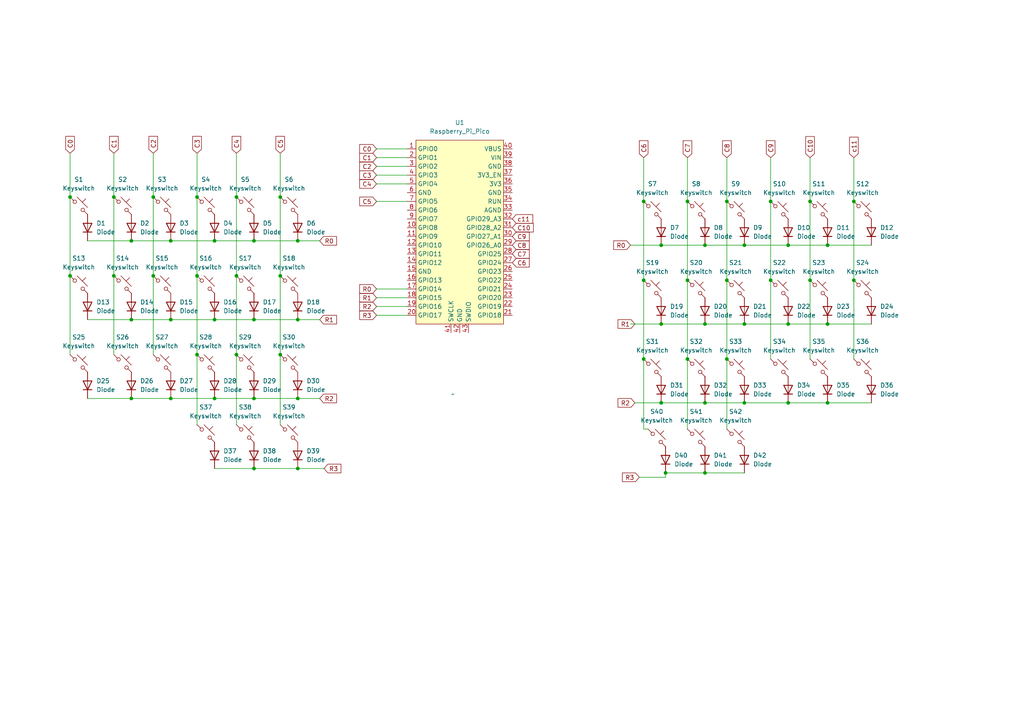
<source format=kicad_sch>
(kicad_sch (version 20231120) (generator "eeschema") (generator_version "8.0")
  (paper "A4")
  (lib_symbols
    (symbol "keebs:MCU_Raspberry_Pi_Pico"
      (property "Reference" "U1" (at 0 31.75 0))
      (property "Value" "Raspberry_Pi_Pico" (at 0 29.21 0))
      (symbol "MCU_Raspberry_Pi_Pico_0_1"
        (rectangle (start -12.7 26.67) (end 12.7 -26.67) (fill (type background)))
      )
      (symbol "MCU_Raspberry_Pi_Pico_1_1"
        (pin bidirectional line (at -15.24 24.13 0) (length 2.54) (name "GPIO0") (number "1"))
        (pin bidirectional line (at -15.24 1.27 0) (length 2.54) (name "GPIO8") (number "10"))
        (pin bidirectional line (at -15.24 -1.27 0) (length 2.54) (name "GPIO9") (number "11"))
        (pin bidirectional line (at -15.24 -3.81 0) (length 2.54) (name "GPIO10") (number "12"))
        (pin bidirectional line (at -15.24 -6.35 0) (length 2.54) (name "GPIO11") (number "13"))
        (pin bidirectional line (at -15.24 -8.89 0) (length 2.54) (name "GPIO12") (number "14"))
        (pin power_in line (at -15.24 -11.43 0) (length 2.54) (name "GND") (number "15"))
        (pin bidirectional line (at -15.24 -13.97 0) (length 2.54) (name "GPIO13") (number "16"))
        (pin bidirectional line (at -15.24 -16.51 0) (length 2.54) (name "GPIO14") (number "17"))
        (pin bidirectional line (at -15.24 -19.05 0) (length 2.54) (name "GPIO15") (number "18"))
        (pin bidirectional line (at -15.24 -21.59 0) (length 2.54) (name "GPIO16") (number "19"))
        (pin bidirectional line (at -15.24 21.59 0) (length 2.54) (name "GPIO1") (number "2"))
        (pin bidirectional line (at -15.24 -24.13 0) (length 2.54) (name "GPIO17") (number "20"))
        (pin bidirectional line (at 15.24 -24.13 180) (length 2.54) (name "GPIO18") (number "21"))
        (pin bidirectional line (at 15.24 -21.59 180) (length 2.54) (name "GPIO19") (number "22"))
        (pin bidirectional line (at 15.24 -19.05 180) (length 2.54) (name "GPIO20") (number "23"))
        (pin bidirectional line (at 15.24 -16.51 180) (length 2.54) (name "GPIO21") (number "24"))
        (pin bidirectional line (at 15.24 -13.97 180) (length 2.54) (name "GPIO22") (number "25"))
        (pin bidirectional line (at 15.24 -11.43 180) (length 2.54) (name "GPIO23") (number "26"))
        (pin bidirectional line (at 15.24 -8.89 180) (length 2.54) (name "GPIO24") (number "27"))
        (pin bidirectional line (at 15.24 -6.35 180) (length 2.54) (name "GPIO25") (number "28"))
        (pin bidirectional line (at 15.24 -3.81 180) (length 2.54) (name "GPIO26_A0") (number "29"))
        (pin bidirectional line (at -15.24 19.05 0) (length 2.54) (name "GPIO2") (number "3"))
        (pin bidirectional line (at 15.24 -1.27 180) (length 2.54) (name "GPIO27_A1") (number "30"))
        (pin bidirectional line (at 15.24 1.27 180) (length 2.54) (name "GPIO28_A2") (number "31"))
        (pin bidirectional line (at 15.24 3.81 180) (length 2.54) (name "GPIO29_A3") (number "32"))
        (pin power_in line (at 15.24 6.35 180) (length 2.54) (name "AGND") (number "33"))
        (pin input line (at 15.24 8.89 180) (length 2.54) (name "RUN") (number "34"))
        (pin power_in line (at 15.24 11.43 180) (length 2.54) (name "GND") (number "35"))
        (pin power_in line (at 15.24 13.97 180) (length 2.54) (name "3V3") (number "36"))
        (pin input line (at 15.24 16.51 180) (length 2.54) (name "3V3_EN") (number "37"))
        (pin bidirectional line (at 15.24 19.05 180) (length 2.54) (name "GND") (number "38"))
        (pin power_in line (at 15.24 21.59 180) (length 2.54) (name "VIN") (number "39"))
        (pin bidirectional line (at -15.24 16.51 0) (length 2.54) (name "GPIO3") (number "4"))
        (pin power_in line (at 15.24 24.13 180) (length 2.54) (name "VBUS") (number "40"))
        (pin input line (at -2.54 -29.21 90) (length 2.54) (name "SWCLK") (number "41"))
        (pin power_in line (at 0 -29.21 90) (length 2.54) (name "GND") (number "42"))
        (pin bidirectional line (at 2.54 -29.21 90) (length 2.54) (name "SWDIO") (number "43"))
        (pin bidirectional line (at -15.24 13.97 0) (length 2.54) (name "GPIO4") (number "5"))
        (pin power_in line (at -15.24 11.43 0) (length 2.54) (name "GND") (number "6"))
        (pin bidirectional line (at -15.24 8.89 0) (length 2.54) (name "GPIO5") (number "7"))
        (pin bidirectional line (at -15.24 6.35 0) (length 2.54) (name "GPIO6") (number "8"))
        (pin bidirectional line (at -15.24 3.81 0) (length 2.54) (name "GPIO7") (number "9"))
      )
    )
    (symbol "keebs:Placeholder_Diode" (pin_numbers hide) (pin_names hide)
      (property "Reference" "D" (at 0 2.54 0))
      (property "Value" "Diode" (at 0 -2.54 0))
      (symbol "Placeholder_Diode_0_1"
        (polyline (pts (xy -1.27 1.27) (xy -1.27 -1.27)) (stroke (width 0.254)))
        (polyline (pts (xy 1.27 0) (xy -1.27 0)))
        (polyline (pts (xy 1.27 1.27) (xy 1.27 -1.27) (xy -1.27 0) (xy 1.27 1.27)) (stroke (width 0.254)))
      )
      (symbol "Placeholder_Diode_1_1"
        (pin passive line (at -3.81 0 0) (length 2.54) (name "K") (number "1"))
        (pin passive line (at 3.81 0 180) (length 2.54) (name "A") (number "2"))
      )
    )
    (symbol "keebs:Placeholder_Keyswitch" (pin_numbers hide) (pin_names (offset 1.016) hide)
      (property "Reference" "S" (at 3.048 1.016 0))
      (property "Value" "Keyswitch" (at 0 -3.81 0))
      (symbol "Placeholder_Keyswitch_0_1"
        (circle (center -1.1684 1.1684) (radius 0.508))
        (polyline (pts (xy -0.508 2.54) (xy 2.54 -0.508)))
        (polyline (pts (xy 1.016 1.016) (xy 2.032 2.032)))
        (polyline (pts (xy -2.54 2.54) (xy -1.524 1.524) (xy -1.524 1.524)))
        (polyline (pts (xy 1.524 -1.524) (xy 2.54 -2.54) (xy 2.54 -2.54) (xy 2.54 -2.54)))
        (circle (center 1.143 -1.1938) (radius 0.508))
        (pin passive line (at -2.54 2.54 0) (length 0) (name "1") (number "1"))
        (pin passive line (at 2.54 -2.54 180) (length 0) (name "2") (number "2"))
      )
    )
    (symbol "keebs:imgsymbol"
      (property "Reference" "slkscreen" (at 0 0 0))
    )
  )
  (junction (at 215.9 93.98))
  (junction (at 199.39 81.28))
  (junction (at 86.36 92.71))
  (junction (at 199.39 104.14))
  (junction (at 33.02 57.15))
  (junction (at 215.9 116.84))
  (junction (at 204.47 93.98))
  (junction (at 199.39 58.42))
  (junction (at 228.6 93.98))
  (junction (at 86.36 135.89))
  (junction (at 186.69 81.28))
  (junction (at 191.77 116.84))
  (junction (at 210.82 58.42))
  (junction (at 57.15 102.87))
  (junction (at 223.52 81.28))
  (junction (at 62.23 92.71))
  (junction (at 44.45 57.15))
  (junction (at 73.66 69.85))
  (junction (at 193.04 137.16))
  (junction (at 44.45 80.01))
  (junction (at 186.69 58.42))
  (junction (at 228.6 71.12))
  (junction (at 57.15 57.15))
  (junction (at 191.77 93.98))
  (junction (at 247.65 81.28))
  (junction (at 73.66 115.57))
  (junction (at 186.69 104.14))
  (junction (at 57.15 80.01))
  (junction (at 62.23 115.57))
  (junction (at 215.9 71.12))
  (junction (at 81.28 57.15))
  (junction (at 38.1 69.85))
  (junction (at 240.03 93.98))
  (junction (at 204.47 116.84))
  (junction (at 68.58 102.87))
  (junction (at 204.47 137.16))
  (junction (at 210.82 81.28))
  (junction (at 62.23 69.85))
  (junction (at 204.47 71.12))
  (junction (at 240.03 116.84))
  (junction (at 223.52 58.42))
  (junction (at 49.53 69.85))
  (junction (at 234.95 81.28))
  (junction (at 68.58 57.15))
  (junction (at 33.02 80.01))
  (junction (at 86.36 115.57))
  (junction (at 247.65 58.42))
  (junction (at 38.1 92.71))
  (junction (at 49.53 92.71))
  (junction (at 240.03 71.12))
  (junction (at 81.28 80.01))
  (junction (at 234.95 58.42))
  (junction (at 86.36 69.85))
  (junction (at 73.66 135.89))
  (junction (at 228.6 116.84))
  (junction (at 20.32 80.01))
  (junction (at 81.28 102.87))
  (junction (at 49.53 115.57))
  (junction (at 210.82 104.14))
  (junction (at 191.77 71.12))
  (junction (at 20.32 57.15))
  (junction (at 38.1 115.57))
  (junction (at 68.58 80.01))
  (junction (at 73.66 92.71))
  (wire (pts (xy 210.82 45.72) (xy 210.82 58.42)))
  (wire (pts (xy 234.95 81.28) (xy 234.95 104.14)))
  (wire (pts (xy 191.77 116.84) (xy 204.47 116.84)))
  (wire (pts (xy 93.98 135.89) (xy 86.36 135.89)))
  (wire (pts (xy 118.11 43.18) (xy 109.22 43.18)))
  (wire (pts (xy 252.73 71.12) (xy 240.03 71.12)))
  (wire (pts (xy 191.77 71.12) (xy 182.88 71.12)))
  (wire (pts (xy 33.02 57.15) (xy 33.02 80.01)))
  (wire (pts (xy 44.45 44.45) (xy 44.45 57.15)))
  (wire (pts (xy 57.15 57.15) (xy 57.15 80.01)))
  (wire (pts (xy 44.45 57.15) (xy 44.45 80.01)))
  (wire (pts (xy 118.11 83.82) (xy 109.22 83.82)))
  (wire (pts (xy 228.6 71.12) (xy 240.03 71.12)))
  (wire (pts (xy 199.39 104.14) (xy 199.39 124.46)))
  (wire (pts (xy 68.58 44.45) (xy 68.58 57.15)))
  (wire (pts (xy 184.15 116.84) (xy 191.77 116.84)))
  (wire (pts (xy 199.39 81.28) (xy 199.39 104.14)))
  (wire (pts (xy 228.6 93.98) (xy 240.03 93.98)))
  (wire (pts (xy 118.11 88.9) (xy 109.22 88.9)))
  (wire (pts (xy 33.02 80.01) (xy 33.02 102.87)))
  (wire (pts (xy 57.15 102.87) (xy 57.15 123.19)))
  (wire (pts (xy 73.66 92.71) (xy 86.36 92.71)))
  (wire (pts (xy 92.71 115.57) (xy 86.36 115.57)))
  (wire (pts (xy 62.23 69.85) (xy 73.66 69.85)))
  (wire (pts (xy 204.47 93.98) (xy 215.9 93.98)))
  (wire (pts (xy 68.58 102.87) (xy 68.58 123.19)))
  (wire (pts (xy 73.66 135.89) (xy 86.36 135.89)))
  (wire (pts (xy 210.82 104.14) (xy 210.82 124.46)))
  (wire (pts (xy 38.1 115.57) (xy 49.53 115.57)))
  (wire (pts (xy 62.23 92.71) (xy 73.66 92.71)))
  (wire (pts (xy 20.32 44.45) (xy 20.32 57.15)))
  (wire (pts (xy 191.77 71.12) (xy 204.47 71.12)))
  (wire (pts (xy 228.6 116.84) (xy 240.03 116.84)))
  (wire (pts (xy 49.53 115.57) (xy 62.23 115.57)))
  (wire (pts (xy 68.58 80.01) (xy 68.58 102.87)))
  (wire (pts (xy 25.4 69.85) (xy 38.1 69.85)))
  (wire (pts (xy 44.45 80.01) (xy 44.45 102.87)))
  (wire (pts (xy 38.1 92.71) (xy 49.53 92.71)))
  (wire (pts (xy 57.15 80.01) (xy 57.15 102.87)))
  (wire (pts (xy 118.11 86.36) (xy 109.22 86.36)))
  (wire (pts (xy 57.15 44.45) (xy 57.15 57.15)))
  (wire (pts (xy 240.03 116.84) (xy 252.73 116.84)))
  (wire (pts (xy 73.66 69.85) (xy 86.36 69.85)))
  (wire (pts (xy 247.65 45.72) (xy 247.65 58.42)))
  (wire (pts (xy 210.82 81.28) (xy 210.82 104.14)))
  (wire (pts (xy 118.11 45.72) (xy 109.22 45.72)))
  (wire (pts (xy 234.95 58.42) (xy 234.95 81.28)))
  (wire (pts (xy 215.9 93.98) (xy 228.6 93.98)))
  (wire (pts (xy 81.28 57.15) (xy 81.28 80.01)))
  (wire (pts (xy 186.69 81.28) (xy 186.69 104.14)))
  (wire (pts (xy 223.52 45.72) (xy 223.52 58.42)))
  (wire (pts (xy 81.28 80.01) (xy 81.28 102.87)))
  (wire (pts (xy 49.53 92.71) (xy 62.23 92.71)))
  (wire (pts (xy 193.04 137.16) (xy 204.47 137.16)))
  (wire (pts (xy 182.88 93.98) (xy 191.77 93.98)))
  (wire (pts (xy 186.69 104.14) (xy 186.69 124.46)))
  (wire (pts (xy 20.32 57.15) (xy 20.32 80.01)))
  (wire (pts (xy 49.53 69.85) (xy 62.23 69.85)))
  (wire (pts (xy 38.1 69.85) (xy 49.53 69.85)))
  (wire (pts (xy 240.03 93.98) (xy 252.73 93.98)))
  (wire (pts (xy 118.11 48.26) (xy 109.22 48.26)))
  (wire (pts (xy 228.6 71.12) (xy 215.9 71.12)))
  (wire (pts (xy 223.52 58.42) (xy 223.52 81.28)))
  (wire (pts (xy 193.04 138.43) (xy 193.04 137.16)))
  (wire (pts (xy 199.39 58.42) (xy 199.39 81.28)))
  (wire (pts (xy 118.11 50.8) (xy 109.22 50.8)))
  (wire (pts (xy 25.4 115.57) (xy 38.1 115.57)))
  (wire (pts (xy 223.52 81.28) (xy 223.52 104.14)))
  (wire (pts (xy 247.65 58.42) (xy 247.65 81.28)))
  (wire (pts (xy 234.95 45.72) (xy 234.95 58.42)))
  (wire (pts (xy 215.9 137.16) (xy 204.47 137.16)))
  (wire (pts (xy 62.23 135.89) (xy 73.66 135.89)))
  (wire (pts (xy 25.4 92.71) (xy 38.1 92.71)))
  (wire (pts (xy 215.9 116.84) (xy 228.6 116.84)))
  (wire (pts (xy 62.23 115.57) (xy 73.66 115.57)))
  (wire (pts (xy 186.69 45.72) (xy 186.69 58.42)))
  (wire (pts (xy 118.11 58.42) (xy 109.22 58.42)))
  (wire (pts (xy 191.77 93.98) (xy 204.47 93.98)))
  (wire (pts (xy 215.9 71.12) (xy 204.47 71.12)))
  (wire (pts (xy 186.69 58.42) (xy 186.69 81.28)))
  (wire (pts (xy 81.28 44.45) (xy 81.28 57.15)))
  (wire (pts (xy 33.02 44.45) (xy 33.02 57.15)))
  (wire (pts (xy 118.11 91.44) (xy 109.22 91.44)))
  (wire (pts (xy 118.11 53.34) (xy 109.22 53.34)))
  (wire (pts (xy 86.36 92.71) (xy 92.71 92.71)))
  (wire (pts (xy 186.69 124.46) (xy 187.96 124.46)))
  (wire (pts (xy 86.36 69.85) (xy 92.71 69.85)))
  (wire (pts (xy 210.82 58.42) (xy 210.82 81.28)))
  (wire (pts (xy 193.04 138.43) (xy 185.42 138.43)))
  (wire (pts (xy 199.39 45.72) (xy 199.39 58.42)))
  (wire (pts (xy 204.47 116.84) (xy 215.9 116.84)))
  (wire (pts (xy 81.28 102.87) (xy 81.28 123.19)))
  (wire (pts (xy 20.32 80.01) (xy 20.32 102.87)))
  (wire (pts (xy 68.58 57.15) (xy 68.58 80.01)))
  (wire (pts (xy 247.65 81.28) (xy 247.65 104.14)))
  (wire (pts (xy 73.66 115.57) (xy 86.36 115.57)))
  (global_label "C0" (shape input) (at 109.22 43.18 180) (property "Intersheetrefs" "${INTERSHEET_REFS}" (effects (hide yes))))
  (global_label "C5" (shape input) (at 109.22 58.42 180) (property "Intersheetrefs" "${INTERSHEET_REFS}" (effects (hide yes))))
  (global_label "C10" (shape input) (at 148.59 66.04 0) (property "Intersheetrefs" "${INTERSHEET_REFS}" (effects (hide yes))))
  (global_label "C10" (shape input) (at 234.95 45.72 90) (property "Intersheetrefs" "${INTERSHEET_REFS}" (effects (hide yes))))
  (global_label "R3" (shape input) (at 93.98 135.89 0) (property "Intersheetrefs" "${INTERSHEET_REFS}" (effects (hide yes))))
  (global_label "C8" (shape input) (at 148.59 71.12 0) (property "Intersheetrefs" "${INTERSHEET_REFS}" (effects (hide yes))))
  (global_label "R0" (shape input) (at 92.71 69.85 0) (property "Intersheetrefs" "${INTERSHEET_REFS}" (effects (hide yes))))
  (global_label "R3" (shape input) (at 109.22 91.44 180) (property "Intersheetrefs" "${INTERSHEET_REFS}" (effects (hide yes))))
  (global_label "C8" (shape input) (at 210.82 45.72 90) (property "Intersheetrefs" "${INTERSHEET_REFS}" (effects (hide yes))))
  (global_label "R2" (shape input) (at 109.22 88.9 180) (property "Intersheetrefs" "${INTERSHEET_REFS}" (effects (hide yes))))
  (global_label "R0" (shape input) (at 182.88 71.12 180) (property "Intersheetrefs" "${INTERSHEET_REFS}" (effects (hide yes))))
  (global_label "C9" (shape input) (at 148.59 68.58 0) (property "Intersheetrefs" "${INTERSHEET_REFS}" (effects (hide yes))))
  (global_label "c11" (shape input) (at 247.65 45.72 90) (property "Intersheetrefs" "${INTERSHEET_REFS}" (effects (hide yes))))
  (global_label "C9" (shape input) (at 223.52 45.72 90) (property "Intersheetrefs" "${INTERSHEET_REFS}" (effects (hide yes))))
  (global_label "C4" (shape input) (at 68.58 44.45 90) (property "Intersheetrefs" "${INTERSHEET_REFS}" (effects (hide yes))))
  (global_label "R2" (shape input) (at 92.71 115.57 0) (property "Intersheetrefs" "${INTERSHEET_REFS}" (effects (hide yes))))
  (global_label "R1" (shape input) (at 109.22 86.36 180) (property "Intersheetrefs" "${INTERSHEET_REFS}" (effects (hide yes))))
  (global_label "C2" (shape input) (at 44.45 44.45 90) (property "Intersheetrefs" "${INTERSHEET_REFS}" (effects (hide yes))))
  (global_label "R1" (shape input) (at 184.15 93.98 180) (property "Intersheetrefs" "${INTERSHEET_REFS}" (effects (hide yes))))
  (global_label "R2" (shape input) (at 184.15 116.84 180) (property "Intersheetrefs" "${INTERSHEET_REFS}" (effects (hide yes))))
  (global_label "R0" (shape input) (at 109.22 83.82 180) (property "Intersheetrefs" "${INTERSHEET_REFS}" (effects (hide yes))))
  (global_label "C6" (shape input) (at 186.69 45.72 90) (property "Intersheetrefs" "${INTERSHEET_REFS}" (effects (hide yes))))
  (global_label "R3" (shape input) (at 185.42 138.43 180) (property "Intersheetrefs" "${INTERSHEET_REFS}" (effects (hide yes))))
  (global_label "C4" (shape input) (at 109.22 53.34 180) (property "Intersheetrefs" "${INTERSHEET_REFS}" (effects (hide yes))))
  (global_label "C3" (shape input) (at 57.15 44.45 90) (property "Intersheetrefs" "${INTERSHEET_REFS}" (effects (hide yes))))
  (global_label "C6" (shape input) (at 148.59 76.2 0) (property "Intersheetrefs" "${INTERSHEET_REFS}" (effects (hide yes))))
  (global_label "C3" (shape input) (at 109.22 50.8 180) (property "Intersheetrefs" "${INTERSHEET_REFS}" (effects (hide yes))))
  (global_label "c11" (shape input) (at 148.59 63.5 0) (property "Intersheetrefs" "${INTERSHEET_REFS}" (effects (hide yes))))
  (global_label "C1" (shape input) (at 109.22 45.72 180) (property "Intersheetrefs" "${INTERSHEET_REFS}" (effects (hide yes))))
  (global_label "C0" (shape input) (at 20.32 44.45 90) (property "Intersheetrefs" "${INTERSHEET_REFS}" (effects (hide yes))))
  (global_label "R1" (shape input) (at 92.71 92.71 0) (property "Intersheetrefs" "${INTERSHEET_REFS}" (effects (hide yes))))
  (global_label "C2" (shape input) (at 109.22 48.26 180) (property "Intersheetrefs" "${INTERSHEET_REFS}" (effects (hide yes))))
  (global_label "C7" (shape input) (at 199.39 45.72 90) (property "Intersheetrefs" "${INTERSHEET_REFS}" (effects (hide yes))))
  (global_label "C1" (shape input) (at 33.02 44.45 90) (property "Intersheetrefs" "${INTERSHEET_REFS}" (effects (hide yes))))
  (global_label "C5" (shape input) (at 81.28 44.45 90) (property "Intersheetrefs" "${INTERSHEET_REFS}" (effects (hide yes))))
  (global_label "C7" (shape input) (at 148.59 73.66 0) (property "Intersheetrefs" "${INTERSHEET_REFS}" (effects (hide yes))))
  (symbol (lib_id "keebs:Placeholder_Keyswitch") (at 250.19 106.68 0) (unit 1)
    (property "Reference" "S36" (at 250.19 99.06 0))
    (property "Value" "Keyswitch" (at 250.19 101.6 0))
    (property "Footprint" "ScottoKeebs_MX:MX_PCB_1.00u" (effects (hide yes)))
    (property "Description" "Push button switch, normally open, two pins, 45° tilted" (effects (hide yes)))
  )
  (symbol (lib_id "keebs:Placeholder_Keyswitch") (at 213.36 106.68 0) (unit 1)
    (property "Reference" "S33" (at 213.36 99.06 0))
    (property "Value" "Keyswitch" (at 213.36 101.6 0))
    (property "Footprint" "ScottoKeebs_MX:MX_PCB_1.00u" (effects (hide yes)))
    (property "Description" "Push button switch, normally open, two pins, 45° tilted" (effects (hide yes)))
  )
  (symbol (lib_id "keebs:Placeholder_Keyswitch") (at 189.23 83.82 0) (unit 1)
    (property "Reference" "S19" (at 189.23 76.2 0))
    (property "Value" "Keyswitch" (at 189.23 78.74 0))
    (property "Footprint" "ScottoKeebs_MX:MX_PCB_1.00u" (effects (hide yes)))
    (property "Description" "Push button switch, normally open, two pins, 45° tilted" (effects (hide yes)))
  )
  (symbol (lib_id "keebs:Placeholder_Diode") (at 252.73 113.03 90) (unit 1)
    (property "Reference" "D36" (at 255.27 111.7599 90) (effects (justify right)))
    (property "Value" "Diode" (at 255.27 114.2999 90) (effects (justify right)))
    (property "Footprint" "ScottoKeebs_Components:Diode_DO-35" (effects (hide yes)))
    (property "Description" "1N4148 (DO-35) or 1N4148W (SOD-123)" (effects (hide yes)))
    (property "Sim.Device" "D" (effects (hide yes)))
    (property "Sim.Pins" "1=K 2=A" (effects (hide yes)))
  )
  (symbol (lib_id "keebs:Placeholder_Keyswitch") (at 213.36 60.96 0) (unit 1)
    (property "Reference" "S9" (at 213.36 53.34 0))
    (property "Value" "Keyswitch" (at 213.36 55.88 0))
    (property "Footprint" "ScottoKeebs_MX:MX_PCB_1.00u" (effects (hide yes)))
    (property "Description" "Push button switch, normally open, two pins, 45° tilted" (effects (hide yes)))
  )
  (symbol (lib_id "keebs:Placeholder_Diode") (at 252.73 90.17 90) (unit 1)
    (property "Reference" "D24" (at 255.27 88.8999 90) (effects (justify right)))
    (property "Value" "Diode" (at 255.27 91.4399 90) (effects (justify right)))
    (property "Footprint" "ScottoKeebs_Components:Diode_DO-35" (effects (hide yes)))
    (property "Description" "1N4148 (DO-35) or 1N4148W (SOD-123)" (effects (hide yes)))
    (property "Sim.Device" "D" (effects (hide yes)))
    (property "Sim.Pins" "1=K 2=A" (effects (hide yes)))
  )
  (symbol (lib_id "keebs:Placeholder_Diode") (at 228.6 113.03 90) (unit 1)
    (property "Reference" "D34" (at 231.14 111.7599 90) (effects (justify right)))
    (property "Value" "Diode" (at 231.14 114.2999 90) (effects (justify right)))
    (property "Footprint" "ScottoKeebs_Components:Diode_DO-35" (effects (hide yes)))
    (property "Description" "1N4148 (DO-35) or 1N4148W (SOD-123)" (effects (hide yes)))
    (property "Sim.Device" "D" (effects (hide yes)))
    (property "Sim.Pins" "1=K 2=A" (effects (hide yes)))
  )
  (symbol (lib_id "keebs:Placeholder_Diode") (at 62.23 132.08 90) (unit 1)
    (property "Reference" "D37" (at 64.77 130.8099 90) (effects (justify right)))
    (property "Value" "Diode" (at 64.77 133.3499 90) (effects (justify right)))
    (property "Footprint" "ScottoKeebs_Components:Diode_DO-35" (effects (hide yes)))
    (property "Description" "1N4148 (DO-35) or 1N4148W (SOD-123)" (effects (hide yes)))
    (property "Sim.Device" "D" (effects (hide yes)))
    (property "Sim.Pins" "1=K 2=A" (effects (hide yes)))
  )
  (symbol (lib_id "keebs:Placeholder_Diode") (at 86.36 88.9 90) (unit 1)
    (property "Reference" "D18" (at 88.9 87.6299 90) (effects (justify right)))
    (property "Value" "Diode" (at 88.9 90.1699 90) (effects (justify right)))
    (property "Footprint" "ScottoKeebs_Components:Diode_DO-35" (effects (hide yes)))
    (property "Description" "1N4148 (DO-35) or 1N4148W (SOD-123)" (effects (hide yes)))
    (property "Sim.Device" "D" (effects (hide yes)))
    (property "Sim.Pins" "1=K 2=A" (effects (hide yes)))
  )
  (symbol (lib_id "keebs:Placeholder_Diode") (at 252.73 67.31 90) (unit 1)
    (property "Reference" "D12" (at 255.27 66.0399 90) (effects (justify right)))
    (property "Value" "Diode" (at 255.27 68.5799 90) (effects (justify right)))
    (property "Footprint" "ScottoKeebs_Components:Diode_DO-35" (effects (hide yes)))
    (property "Description" "1N4148 (DO-35) or 1N4148W (SOD-123)" (effects (hide yes)))
    (property "Sim.Device" "D" (effects (hide yes)))
    (property "Sim.Pins" "1=K 2=A" (effects (hide yes)))
  )
  (symbol (lib_id "keebs:Placeholder_Diode") (at 38.1 111.76 90) (unit 1)
    (property "Reference" "D26" (at 40.64 110.4899 90) (effects (justify right)))
    (property "Value" "Diode" (at 40.64 113.0299 90) (effects (justify right)))
    (property "Footprint" "ScottoKeebs_Components:Diode_DO-35" (effects (hide yes)))
    (property "Description" "1N4148 (DO-35) or 1N4148W (SOD-123)" (effects (hide yes)))
    (property "Sim.Device" "D" (effects (hide yes)))
    (property "Sim.Pins" "1=K 2=A" (effects (hide yes)))
  )
  (symbol (lib_id "keebs:Placeholder_Diode") (at 215.9 67.31 90) (unit 1)
    (property "Reference" "D9" (at 218.44 66.0399 90) (effects (justify right)))
    (property "Value" "Diode" (at 218.44 68.5799 90) (effects (justify right)))
    (property "Footprint" "ScottoKeebs_Components:Diode_DO-35" (effects (hide yes)))
    (property "Description" "1N4148 (DO-35) or 1N4148W (SOD-123)" (effects (hide yes)))
    (property "Sim.Device" "D" (effects (hide yes)))
    (property "Sim.Pins" "1=K 2=A" (effects (hide yes)))
  )
  (symbol (lib_id "keebs:Placeholder_Keyswitch") (at 201.93 60.96 0) (unit 1)
    (property "Reference" "S8" (at 201.93 53.34 0))
    (property "Value" "Keyswitch" (at 201.93 55.88 0))
    (property "Footprint" "ScottoKeebs_MX:MX_PCB_1.00u" (effects (hide yes)))
    (property "Description" "Push button switch, normally open, two pins, 45° tilted" (effects (hide yes)))
  )
  (symbol (lib_id "keebs:Placeholder_Diode") (at 86.36 111.76 90) (unit 1)
    (property "Reference" "D30" (at 88.9 110.4899 90) (effects (justify right)))
    (property "Value" "Diode" (at 88.9 113.0299 90) (effects (justify right)))
    (property "Footprint" "ScottoKeebs_Components:Diode_DO-35" (effects (hide yes)))
    (property "Description" "1N4148 (DO-35) or 1N4148W (SOD-123)" (effects (hide yes)))
    (property "Sim.Device" "D" (effects (hide yes)))
    (property "Sim.Pins" "1=K 2=A" (effects (hide yes)))
  )
  (symbol (lib_id "keebs:Placeholder_Diode") (at 62.23 88.9 90) (unit 1)
    (property "Reference" "D16" (at 64.77 87.6299 90) (effects (justify right)))
    (property "Value" "Diode" (at 64.77 90.1699 90) (effects (justify right)))
    (property "Footprint" "ScottoKeebs_Components:Diode_DO-35" (effects (hide yes)))
    (property "Description" "1N4148 (DO-35) or 1N4148W (SOD-123)" (effects (hide yes)))
    (property "Sim.Device" "D" (effects (hide yes)))
    (property "Sim.Pins" "1=K 2=A" (effects (hide yes)))
  )
  (symbol (lib_id "keebs:Placeholder_Keyswitch") (at 226.06 60.96 0) (unit 1)
    (property "Reference" "S10" (at 226.06 53.34 0))
    (property "Value" "Keyswitch" (at 226.06 55.88 0))
    (property "Footprint" "ScottoKeebs_MX:MX_PCB_1.00u" (effects (hide yes)))
    (property "Description" "Push button switch, normally open, two pins, 45° tilted" (effects (hide yes)))
  )
  (symbol (lib_id "keebs:Placeholder_Diode") (at 73.66 132.08 90) (unit 1)
    (property "Reference" "D38" (at 76.2 130.8099 90) (effects (justify right)))
    (property "Value" "Diode" (at 76.2 133.3499 90) (effects (justify right)))
    (property "Footprint" "ScottoKeebs_Components:Diode_DO-35" (effects (hide yes)))
    (property "Description" "1N4148 (DO-35) or 1N4148W (SOD-123)" (effects (hide yes)))
    (property "Sim.Device" "D" (effects (hide yes)))
    (property "Sim.Pins" "1=K 2=A" (effects (hide yes)))
  )
  (symbol (lib_id "keebs:Placeholder_Diode") (at 204.47 113.03 90) (unit 1)
    (property "Reference" "D32" (at 207.01 111.7599 90) (effects (justify right)))
    (property "Value" "Diode" (at 207.01 114.2999 90) (effects (justify right)))
    (property "Footprint" "ScottoKeebs_Components:Diode_DO-35" (effects (hide yes)))
    (property "Description" "1N4148 (DO-35) or 1N4148W (SOD-123)" (effects (hide yes)))
    (property "Sim.Device" "D" (effects (hide yes)))
    (property "Sim.Pins" "1=K 2=A" (effects (hide yes)))
  )
  (symbol (lib_id "keebs:Placeholder_Diode") (at 49.53 111.76 90) (unit 1)
    (property "Reference" "D27" (at 52.07 110.4899 90) (effects (justify right)))
    (property "Value" "Diode" (at 52.07 113.0299 90) (effects (justify right)))
    (property "Footprint" "ScottoKeebs_Components:Diode_DO-35" (effects (hide yes)))
    (property "Description" "1N4148 (DO-35) or 1N4148W (SOD-123)" (effects (hide yes)))
    (property "Sim.Device" "D" (effects (hide yes)))
    (property "Sim.Pins" "1=K 2=A" (effects (hide yes)))
  )
  (symbol (lib_id "keebs:Placeholder_Diode") (at 86.36 132.08 90) (unit 1)
    (property "Reference" "D39" (at 88.9 130.8099 90) (effects (justify right)))
    (property "Value" "Diode" (at 88.9 133.3499 90) (effects (justify right)))
    (property "Footprint" "ScottoKeebs_Components:Diode_DO-35" (effects (hide yes)))
    (property "Description" "1N4148 (DO-35) or 1N4148W (SOD-123)" (effects (hide yes)))
    (property "Sim.Device" "D" (effects (hide yes)))
    (property "Sim.Pins" "1=K 2=A" (effects (hide yes)))
  )
  (symbol (lib_id "keebs:imgsymbol") (at 129.54 113.03 0) (unit 1)
    (property "Reference" "slkscreen1" (effects (hide yes)))
    (property "Value" "~" (at 130.81 114.3 0) (effects (justify left)))
    (property "Footprint" "ScottoKeebs_Miscellaneous:silk_screen_art_bitmap" (effects (hide yes)))
  )
  (symbol (lib_id "keebs:Placeholder_Diode") (at 86.36 66.04 90) (unit 1)
    (property "Reference" "D6" (at 88.9 64.7699 90) (effects (justify right)))
    (property "Value" "Diode" (at 88.9 67.3099 90) (effects (justify right)))
    (property "Footprint" "ScottoKeebs_Components:Diode_DO-35" (effects (hide yes)))
    (property "Description" "1N4148 (DO-35) or 1N4148W (SOD-123)" (effects (hide yes)))
    (property "Sim.Device" "D" (effects (hide yes)))
    (property "Sim.Pins" "1=K 2=A" (effects (hide yes)))
  )
  (symbol (lib_id "keebs:Placeholder_Keyswitch") (at 83.82 59.69 0) (unit 1)
    (property "Reference" "S6" (at 83.82 52.07 0))
    (property "Value" "Keyswitch" (at 83.82 54.61 0))
    (property "Footprint" "ScottoKeebs_MX:MX_PCB_1.00u" (effects (hide yes)))
    (property "Description" "Push button switch, normally open, two pins, 45° tilted" (effects (hide yes)))
  )
  (symbol (lib_id "keebs:Placeholder_Diode") (at 240.03 67.31 90) (unit 1)
    (property "Reference" "D11" (at 242.57 66.0399 90) (effects (justify right)))
    (property "Value" "Diode" (at 242.57 68.5799 90) (effects (justify right)))
    (property "Footprint" "ScottoKeebs_Components:Diode_DO-35" (effects (hide yes)))
    (property "Description" "1N4148 (DO-35) or 1N4148W (SOD-123)" (effects (hide yes)))
    (property "Sim.Device" "D" (effects (hide yes)))
    (property "Sim.Pins" "1=K 2=A" (effects (hide yes)))
  )
  (symbol (lib_id "keebs:Placeholder_Keyswitch") (at 59.69 125.73 0) (unit 1)
    (property "Reference" "S37" (at 59.69 118.11 0))
    (property "Value" "Keyswitch" (at 59.69 120.65 0))
    (property "Footprint" "ScottoKeebs_MX:MX_PCB_1.00u" (effects (hide yes)))
    (property "Description" "Push button switch, normally open, two pins, 45° tilted" (effects (hide yes)))
  )
  (symbol (lib_id "keebs:Placeholder_Keyswitch") (at 237.49 83.82 0) (unit 1)
    (property "Reference" "S23" (at 237.49 76.2 0))
    (property "Value" "Keyswitch" (at 237.49 78.74 0))
    (property "Footprint" "ScottoKeebs_MX:MX_PCB_1.00u" (effects (hide yes)))
    (property "Description" "Push button switch, normally open, two pins, 45° tilted" (effects (hide yes)))
  )
  (symbol (lib_id "keebs:Placeholder_Keyswitch") (at 201.93 106.68 0) (unit 1)
    (property "Reference" "S32" (at 201.93 99.06 0))
    (property "Value" "Keyswitch" (at 201.93 101.6 0))
    (property "Footprint" "ScottoKeebs_MX:MX_PCB_1.00u" (effects (hide yes)))
    (property "Description" "Push button switch, normally open, two pins, 45° tilted" (effects (hide yes)))
  )
  (symbol (lib_id "keebs:Placeholder_Keyswitch") (at 226.06 83.82 0) (unit 1)
    (property "Reference" "S22" (at 226.06 76.2 0))
    (property "Value" "Keyswitch" (at 226.06 78.74 0))
    (property "Footprint" "ScottoKeebs_MX:MX_PCB_1.00u" (effects (hide yes)))
    (property "Description" "Push button switch, normally open, two pins, 45° tilted" (effects (hide yes)))
  )
  (symbol (lib_id "keebs:Placeholder_Diode") (at 25.4 88.9 90) (unit 1)
    (property "Reference" "D13" (at 27.94 87.6299 90) (effects (justify right)))
    (property "Value" "Diode" (at 27.94 90.1699 90) (effects (justify right)))
    (property "Footprint" "ScottoKeebs_Components:Diode_DO-35" (effects (hide yes)))
    (property "Description" "1N4148 (DO-35) or 1N4148W (SOD-123)" (effects (hide yes)))
    (property "Sim.Device" "D" (effects (hide yes)))
    (property "Sim.Pins" "1=K 2=A" (effects (hide yes)))
  )
  (symbol (lib_id "keebs:Placeholder_Keyswitch") (at 226.06 106.68 0) (unit 1)
    (property "Reference" "S34" (at 226.06 99.06 0))
    (property "Value" "Keyswitch" (at 226.06 101.6 0))
    (property "Footprint" "ScottoKeebs_MX:MX_PCB_1.00u" (effects (hide yes)))
    (property "Description" "Push button switch, normally open, two pins, 45° tilted" (effects (hide yes)))
  )
  (symbol (lib_id "keebs:Placeholder_Diode") (at 62.23 66.04 90) (unit 1)
    (property "Reference" "D4" (at 64.77 64.7699 90) (effects (justify right)))
    (property "Value" "Diode" (at 64.77 67.3099 90) (effects (justify right)))
    (property "Footprint" "ScottoKeebs_Components:Diode_DO-35" (effects (hide yes)))
    (property "Description" "1N4148 (DO-35) or 1N4148W (SOD-123)" (effects (hide yes)))
    (property "Sim.Device" "D" (effects (hide yes)))
    (property "Sim.Pins" "1=K 2=A" (effects (hide yes)))
  )
  (symbol (lib_id "keebs:Placeholder_Diode") (at 25.4 111.76 90) (unit 1)
    (property "Reference" "D25" (at 27.94 110.4899 90) (effects (justify right)))
    (property "Value" "Diode" (at 27.94 113.0299 90) (effects (justify right)))
    (property "Footprint" "ScottoKeebs_Components:Diode_DO-35" (effects (hide yes)))
    (property "Description" "1N4148 (DO-35) or 1N4148W (SOD-123)" (effects (hide yes)))
    (property "Sim.Device" "D" (effects (hide yes)))
    (property "Sim.Pins" "1=K 2=A" (effects (hide yes)))
  )
  (symbol (lib_id "keebs:Placeholder_Keyswitch") (at 59.69 59.69 0) (unit 1)
    (property "Reference" "S4" (at 59.69 52.07 0))
    (property "Value" "Keyswitch" (at 59.69 54.61 0))
    (property "Footprint" "ScottoKeebs_MX:MX_PCB_1.00u" (effects (hide yes)))
    (property "Description" "Push button switch, normally open, two pins, 45° tilted" (effects (hide yes)))
  )
  (symbol (lib_id "keebs:Placeholder_Diode") (at 191.77 90.17 90) (unit 1)
    (property "Reference" "D19" (at 194.31 88.8999 90) (effects (justify right)))
    (property "Value" "Diode" (at 194.31 91.4399 90) (effects (justify right)))
    (property "Footprint" "ScottoKeebs_Components:Diode_DO-35" (effects (hide yes)))
    (property "Description" "1N4148 (DO-35) or 1N4148W (SOD-123)" (effects (hide yes)))
    (property "Sim.Device" "D" (effects (hide yes)))
    (property "Sim.Pins" "1=K 2=A" (effects (hide yes)))
  )
  (symbol (lib_id "keebs:Placeholder_Diode") (at 240.03 90.17 90) (unit 1)
    (property "Reference" "D23" (at 242.57 88.8999 90) (effects (justify right)))
    (property "Value" "Diode" (at 242.57 91.4399 90) (effects (justify right)))
    (property "Footprint" "ScottoKeebs_Components:Diode_DO-35" (effects (hide yes)))
    (property "Description" "1N4148 (DO-35) or 1N4148W (SOD-123)" (effects (hide yes)))
    (property "Sim.Device" "D" (effects (hide yes)))
    (property "Sim.Pins" "1=K 2=A" (effects (hide yes)))
  )
  (symbol (lib_id "keebs:Placeholder_Diode") (at 204.47 90.17 90) (unit 1)
    (property "Reference" "D20" (at 207.01 88.8999 90) (effects (justify right)))
    (property "Value" "Diode" (at 207.01 91.4399 90) (effects (justify right)))
    (property "Footprint" "ScottoKeebs_Components:Diode_DO-35" (effects (hide yes)))
    (property "Description" "1N4148 (DO-35) or 1N4148W (SOD-123)" (effects (hide yes)))
    (property "Sim.Device" "D" (effects (hide yes)))
    (property "Sim.Pins" "1=K 2=A" (effects (hide yes)))
  )
  (symbol (lib_id "keebs:Placeholder_Diode") (at 38.1 66.04 90) (unit 1)
    (property "Reference" "D2" (at 40.64 64.7699 90) (effects (justify right)))
    (property "Value" "Diode" (at 40.64 67.3099 90) (effects (justify right)))
    (property "Footprint" "ScottoKeebs_Components:Diode_DO-35" (effects (hide yes)))
    (property "Description" "1N4148 (DO-35) or 1N4148W (SOD-123)" (effects (hide yes)))
    (property "Sim.Device" "D" (effects (hide yes)))
    (property "Sim.Pins" "1=K 2=A" (effects (hide yes)))
  )
  (symbol (lib_id "keebs:Placeholder_Keyswitch") (at 46.99 105.41 0) (unit 1)
    (property "Reference" "S27" (at 46.99 97.79 0))
    (property "Value" "Keyswitch" (at 46.99 100.33 0))
    (property "Footprint" "ScottoKeebs_MX:MX_PCB_1.00u" (effects (hide yes)))
    (property "Description" "Push button switch, normally open, two pins, 45° tilted" (effects (hide yes)))
  )
  (symbol (lib_id "keebs:Placeholder_Keyswitch") (at 250.19 83.82 0) (unit 1)
    (property "Reference" "S24" (at 250.19 76.2 0))
    (property "Value" "Keyswitch" (at 250.19 78.74 0))
    (property "Footprint" "ScottoKeebs_MX:MX_PCB_1.00u" (effects (hide yes)))
    (property "Description" "Push button switch, normally open, two pins, 45° tilted" (effects (hide yes)))
  )
  (symbol (lib_id "keebs:Placeholder_Keyswitch") (at 189.23 60.96 0) (unit 1)
    (property "Reference" "S7" (at 189.23 53.34 0))
    (property "Value" "Keyswitch" (at 189.23 55.88 0))
    (property "Footprint" "ScottoKeebs_MX:MX_PCB_1.00u" (effects (hide yes)))
    (property "Description" "Push button switch, normally open, two pins, 45° tilted" (effects (hide yes)))
  )
  (symbol (lib_id "keebs:Placeholder_Diode") (at 215.9 133.35 90) (unit 1)
    (property "Reference" "D42" (at 218.44 132.0799 90) (effects (justify right)))
    (property "Value" "Diode" (at 218.44 134.6199 90) (effects (justify right)))
    (property "Footprint" "ScottoKeebs_Components:Diode_DO-35" (effects (hide yes)))
    (property "Description" "1N4148 (DO-35) or 1N4148W (SOD-123)" (effects (hide yes)))
    (property "Sim.Device" "D" (effects (hide yes)))
    (property "Sim.Pins" "1=K 2=A" (effects (hide yes)))
  )
  (symbol (lib_id "keebs:Placeholder_Diode") (at 204.47 133.35 90) (unit 1)
    (property "Reference" "D41" (at 207.01 132.0799 90) (effects (justify right)))
    (property "Value" "Diode" (at 207.01 134.6199 90) (effects (justify right)))
    (property "Footprint" "ScottoKeebs_Components:Diode_DO-35" (effects (hide yes)))
    (property "Description" "1N4148 (DO-35) or 1N4148W (SOD-123)" (effects (hide yes)))
    (property "Sim.Device" "D" (effects (hide yes)))
    (property "Sim.Pins" "1=K 2=A" (effects (hide yes)))
  )
  (symbol (lib_id "keebs:Placeholder_Diode") (at 25.4 66.04 90) (unit 1)
    (property "Reference" "D1" (at 27.94 64.7699 90) (effects (justify right)))
    (property "Value" "Diode" (at 27.94 67.3099 90) (effects (justify right)))
    (property "Footprint" "ScottoKeebs_Components:Diode_DO-35" (effects (hide yes)))
    (property "Description" "1N4148 (DO-35) or 1N4148W (SOD-123)" (effects (hide yes)))
    (property "Sim.Device" "D" (effects (hide yes)))
    (property "Sim.Pins" "1=K 2=A" (effects (hide yes)))
  )
  (symbol (lib_id "keebs:Placeholder_Keyswitch") (at 22.86 105.41 0) (unit 1)
    (property "Reference" "S25" (at 22.86 97.79 0))
    (property "Value" "Keyswitch" (at 22.86 100.33 0))
    (property "Footprint" "ScottoKeebs_MX:MX_PCB_1.00u" (effects (hide yes)))
    (property "Description" "Push button switch, normally open, two pins, 45° tilted" (effects (hide yes)))
  )
  (symbol (lib_id "keebs:Placeholder_Diode") (at 73.66 88.9 90) (unit 1)
    (property "Reference" "D17" (at 76.2 87.6299 90) (effects (justify right)))
    (property "Value" "Diode" (at 76.2 90.1699 90) (effects (justify right)))
    (property "Footprint" "ScottoKeebs_Components:Diode_DO-35" (effects (hide yes)))
    (property "Description" "1N4148 (DO-35) or 1N4148W (SOD-123)" (effects (hide yes)))
    (property "Sim.Device" "D" (effects (hide yes)))
    (property "Sim.Pins" "1=K 2=A" (effects (hide yes)))
  )
  (symbol (lib_id "keebs:Placeholder_Diode") (at 215.9 90.17 90) (unit 1)
    (property "Reference" "D21" (at 218.44 88.8999 90) (effects (justify right)))
    (property "Value" "Diode" (at 218.44 91.4399 90) (effects (justify right)))
    (property "Footprint" "ScottoKeebs_Components:Diode_DO-35" (effects (hide yes)))
    (property "Description" "1N4148 (DO-35) or 1N4148W (SOD-123)" (effects (hide yes)))
    (property "Sim.Device" "D" (effects (hide yes)))
    (property "Sim.Pins" "1=K 2=A" (effects (hide yes)))
  )
  (symbol (lib_id "keebs:Placeholder_Keyswitch") (at 190.5 127 0) (unit 1)
    (property "Reference" "S40" (at 190.5 119.38 0))
    (property "Value" "Keyswitch" (at 190.5 121.92 0))
    (property "Footprint" "ScottoKeebs_MX:MX_PCB_1.00u" (effects (hide yes)))
    (property "Description" "Push button switch, normally open, two pins, 45° tilted" (effects (hide yes)))
  )
  (symbol (lib_id "keebs:Placeholder_Keyswitch") (at 237.49 60.96 0) (unit 1)
    (property "Reference" "S11" (at 237.49 53.34 0))
    (property "Value" "Keyswitch" (at 237.49 55.88 0))
    (property "Footprint" "ScottoKeebs_MX:MX_PCB_1.00u" (effects (hide yes)))
    (property "Description" "Push button switch, normally open, two pins, 45° tilted" (effects (hide yes)))
  )
  (symbol (lib_id "keebs:Placeholder_Keyswitch") (at 46.99 82.55 0) (unit 1)
    (property "Reference" "S15" (at 46.99 74.93 0))
    (property "Value" "Keyswitch" (at 46.99 77.47 0))
    (property "Footprint" "ScottoKeebs_MX:MX_PCB_1.00u" (effects (hide yes)))
    (property "Description" "Push button switch, normally open, two pins, 45° tilted" (effects (hide yes)))
  )
  (symbol (lib_id "keebs:Placeholder_Keyswitch") (at 83.82 105.41 0) (unit 1)
    (property "Reference" "S30" (at 83.82 97.79 0))
    (property "Value" "Keyswitch" (at 83.82 100.33 0))
    (property "Footprint" "ScottoKeebs_MX:MX_PCB_1.00u" (effects (hide yes)))
    (property "Description" "Push button switch, normally open, two pins, 45° tilted" (effects (hide yes)))
  )
  (symbol (lib_id "keebs:Placeholder_Diode") (at 240.03 113.03 90) (unit 1)
    (property "Reference" "D35" (at 242.57 111.7599 90) (effects (justify right)))
    (property "Value" "Diode" (at 242.57 114.2999 90) (effects (justify right)))
    (property "Footprint" "ScottoKeebs_Components:Diode_DO-35" (effects (hide yes)))
    (property "Description" "1N4148 (DO-35) or 1N4148W (SOD-123)" (effects (hide yes)))
    (property "Sim.Device" "D" (effects (hide yes)))
    (property "Sim.Pins" "1=K 2=A" (effects (hide yes)))
  )
  (symbol (lib_id "keebs:Placeholder_Diode") (at 191.77 67.31 90) (unit 1)
    (property "Reference" "D7" (at 194.31 66.0399 90) (effects (justify right)))
    (property "Value" "Diode" (at 194.31 68.5799 90) (effects (justify right)))
    (property "Footprint" "ScottoKeebs_Components:Diode_DO-35" (effects (hide yes)))
    (property "Description" "1N4148 (DO-35) or 1N4148W (SOD-123)" (effects (hide yes)))
    (property "Sim.Device" "D" (effects (hide yes)))
    (property "Sim.Pins" "1=K 2=A" (effects (hide yes)))
  )
  (symbol (lib_id "keebs:Placeholder_Keyswitch") (at 250.19 60.96 0) (unit 1)
    (property "Reference" "S12" (at 250.19 53.34 0))
    (property "Value" "Keyswitch" (at 250.19 55.88 0))
    (property "Footprint" "ScottoKeebs_MX:MX_PCB_1.00u" (effects (hide yes)))
    (property "Description" "Push button switch, normally open, two pins, 45° tilted" (effects (hide yes)))
  )
  (symbol (lib_id "keebs:Placeholder_Keyswitch") (at 59.69 82.55 0) (unit 1)
    (property "Reference" "S16" (at 59.69 74.93 0))
    (property "Value" "Keyswitch" (at 59.69 77.47 0))
    (property "Footprint" "ScottoKeebs_MX:MX_PCB_1.00u" (effects (hide yes)))
    (property "Description" "Push button switch, normally open, two pins, 45° tilted" (effects (hide yes)))
  )
  (symbol (lib_id "keebs:Placeholder_Diode") (at 38.1 88.9 90) (unit 1)
    (property "Reference" "D14" (at 40.64 87.6299 90) (effects (justify right)))
    (property "Value" "Diode" (at 40.64 90.1699 90) (effects (justify right)))
    (property "Footprint" "ScottoKeebs_Components:Diode_DO-35" (effects (hide yes)))
    (property "Description" "1N4148 (DO-35) or 1N4148W (SOD-123)" (effects (hide yes)))
    (property "Sim.Device" "D" (effects (hide yes)))
    (property "Sim.Pins" "1=K 2=A" (effects (hide yes)))
  )
  (symbol (lib_id "keebs:Placeholder_Keyswitch") (at 213.36 83.82 0) (unit 1)
    (property "Reference" "S21" (at 213.36 76.2 0))
    (property "Value" "Keyswitch" (at 213.36 78.74 0))
    (property "Footprint" "ScottoKeebs_MX:MX_PCB_1.00u" (effects (hide yes)))
    (property "Description" "Push button switch, normally open, two pins, 45° tilted" (effects (hide yes)))
  )
  (symbol (lib_id "keebs:Placeholder_Diode") (at 193.04 133.35 90) (unit 1)
    (property "Reference" "D40" (at 195.58 132.0799 90) (effects (justify right)))
    (property "Value" "Diode" (at 195.58 134.6199 90) (effects (justify right)))
    (property "Footprint" "ScottoKeebs_Components:Diode_DO-35" (effects (hide yes)))
    (property "Description" "1N4148 (DO-35) or 1N4148W (SOD-123)" (effects (hide yes)))
    (property "Sim.Device" "D" (effects (hide yes)))
    (property "Sim.Pins" "1=K 2=A" (effects (hide yes)))
  )
  (symbol (lib_id "keebs:Placeholder_Diode") (at 62.23 111.76 90) (unit 1)
    (property "Reference" "D28" (at 64.77 110.4899 90) (effects (justify right)))
    (property "Value" "Diode" (at 64.77 113.0299 90) (effects (justify right)))
    (property "Footprint" "ScottoKeebs_Components:Diode_DO-35" (effects (hide yes)))
    (property "Description" "1N4148 (DO-35) or 1N4148W (SOD-123)" (effects (hide yes)))
    (property "Sim.Device" "D" (effects (hide yes)))
    (property "Sim.Pins" "1=K 2=A" (effects (hide yes)))
  )
  (symbol (lib_id "keebs:Placeholder_Keyswitch") (at 22.86 59.69 0) (unit 1)
    (property "Reference" "S1" (at 22.86 52.07 0))
    (property "Value" "Keyswitch" (at 22.86 54.61 0))
    (property "Footprint" "ScottoKeebs_MX:MX_PCB_1.00u" (effects (hide yes)))
    (property "Description" "Push button switch, normally open, two pins, 45° tilted" (effects (hide yes)))
  )
  (symbol (lib_id "keebs:Placeholder_Keyswitch") (at 201.93 83.82 0) (unit 1)
    (property "Reference" "S20" (at 201.93 76.2 0))
    (property "Value" "Keyswitch" (at 201.93 78.74 0))
    (property "Footprint" "ScottoKeebs_MX:MX_PCB_1.00u" (effects (hide yes)))
    (property "Description" "Push button switch, normally open, two pins, 45° tilted" (effects (hide yes)))
  )
  (symbol (lib_id "keebs:Placeholder_Keyswitch") (at 189.23 106.68 0) (unit 1)
    (property "Reference" "S31" (at 189.23 99.06 0))
    (property "Value" "Keyswitch" (at 189.23 101.6 0))
    (property "Footprint" "ScottoKeebs_MX:MX_PCB_1.00u" (effects (hide yes)))
    (property "Description" "Push button switch, normally open, two pins, 45° tilted" (effects (hide yes)))
  )
  (symbol (lib_id "keebs:Placeholder_Keyswitch") (at 35.56 105.41 0) (unit 1)
    (property "Reference" "S26" (at 35.56 97.79 0))
    (property "Value" "Keyswitch" (at 35.56 100.33 0))
    (property "Footprint" "ScottoKeebs_MX:MX_PCB_1.00u" (effects (hide yes)))
    (property "Description" "Push button switch, normally open, two pins, 45° tilted" (effects (hide yes)))
  )
  (symbol (lib_id "keebs:Placeholder_Keyswitch") (at 83.82 125.73 0) (unit 1)
    (property "Reference" "S39" (at 83.82 118.11 0))
    (property "Value" "Keyswitch" (at 83.82 120.65 0))
    (property "Footprint" "ScottoKeebs_MX:MX_PCB_1.00u" (effects (hide yes)))
    (property "Description" "Push button switch, normally open, two pins, 45° tilted" (effects (hide yes)))
  )
  (symbol (lib_id "keebs:Placeholder_Keyswitch") (at 83.82 82.55 0) (unit 1)
    (property "Reference" "S18" (at 83.82 74.93 0))
    (property "Value" "Keyswitch" (at 83.82 77.47 0))
    (property "Footprint" "ScottoKeebs_MX:MX_PCB_1.00u" (effects (hide yes)))
    (property "Description" "Push button switch, normally open, two pins, 45° tilted" (effects (hide yes)))
  )
  (symbol (lib_id "keebs:Placeholder_Keyswitch") (at 59.69 105.41 0) (unit 1)
    (property "Reference" "S28" (at 59.69 97.79 0))
    (property "Value" "Keyswitch" (at 59.69 100.33 0))
    (property "Footprint" "ScottoKeebs_MX:MX_PCB_1.00u" (effects (hide yes)))
    (property "Description" "Push button switch, normally open, two pins, 45° tilted" (effects (hide yes)))
  )
  (symbol (lib_id "keebs:Placeholder_Keyswitch") (at 35.56 59.69 0) (unit 1)
    (property "Reference" "S2" (at 35.56 52.07 0))
    (property "Value" "Keyswitch" (at 35.56 54.61 0))
    (property "Footprint" "ScottoKeebs_MX:MX_PCB_1.00u" (effects (hide yes)))
    (property "Description" "Push button switch, normally open, two pins, 45° tilted" (effects (hide yes)))
  )
  (symbol (lib_id "keebs:Placeholder_Keyswitch") (at 201.93 127 0) (unit 1)
    (property "Reference" "S41" (at 201.93 119.38 0))
    (property "Value" "Keyswitch" (at 201.93 121.92 0))
    (property "Footprint" "ScottoKeebs_MX:MX_PCB_1.00u" (effects (hide yes)))
    (property "Description" "Push button switch, normally open, two pins, 45° tilted" (effects (hide yes)))
  )
  (symbol (lib_id "keebs:Placeholder_Diode") (at 73.66 66.04 90) (unit 1)
    (property "Reference" "D5" (at 76.2 64.7699 90) (effects (justify right)))
    (property "Value" "Diode" (at 76.2 67.3099 90) (effects (justify right)))
    (property "Footprint" "ScottoKeebs_Components:Diode_DO-35" (effects (hide yes)))
    (property "Description" "1N4148 (DO-35) or 1N4148W (SOD-123)" (effects (hide yes)))
    (property "Sim.Device" "D" (effects (hide yes)))
    (property "Sim.Pins" "1=K 2=A" (effects (hide yes)))
  )
  (symbol (lib_id "keebs:Placeholder_Diode") (at 215.9 113.03 90) (unit 1)
    (property "Reference" "D33" (at 218.44 111.7599 90) (effects (justify right)))
    (property "Value" "Diode" (at 218.44 114.2999 90) (effects (justify right)))
    (property "Footprint" "ScottoKeebs_Components:Diode_DO-35" (effects (hide yes)))
    (property "Description" "1N4148 (DO-35) or 1N4148W (SOD-123)" (effects (hide yes)))
    (property "Sim.Device" "D" (effects (hide yes)))
    (property "Sim.Pins" "1=K 2=A" (effects (hide yes)))
  )
  (symbol (lib_id "keebs:Placeholder_Keyswitch") (at 237.49 106.68 0) (unit 1)
    (property "Reference" "S35" (at 237.49 99.06 0))
    (property "Value" "Keyswitch" (at 237.49 101.6 0))
    (property "Footprint" "ScottoKeebs_MX:MX_PCB_1.00u" (effects (hide yes)))
    (property "Description" "Push button switch, normally open, two pins, 45° tilted" (effects (hide yes)))
  )
  (symbol (lib_id "keebs:Placeholder_Diode") (at 228.6 90.17 90) (unit 1)
    (property "Reference" "D22" (at 231.14 88.8999 90) (effects (justify right)))
    (property "Value" "Diode" (at 231.14 91.4399 90) (effects (justify right)))
    (property "Footprint" "ScottoKeebs_Components:Diode_DO-35" (effects (hide yes)))
    (property "Description" "1N4148 (DO-35) or 1N4148W (SOD-123)" (effects (hide yes)))
    (property "Sim.Device" "D" (effects (hide yes)))
    (property "Sim.Pins" "1=K 2=A" (effects (hide yes)))
  )
  (symbol (lib_id "keebs:Placeholder_Diode") (at 228.6 67.31 90) (unit 1)
    (property "Reference" "D10" (at 231.14 66.0399 90) (effects (justify right)))
    (property "Value" "Diode" (at 231.14 68.5799 90) (effects (justify right)))
    (property "Footprint" "ScottoKeebs_Components:Diode_DO-35" (effects (hide yes)))
    (property "Description" "1N4148 (DO-35) or 1N4148W (SOD-123)" (effects (hide yes)))
    (property "Sim.Device" "D" (effects (hide yes)))
    (property "Sim.Pins" "1=K 2=A" (effects (hide yes)))
  )
  (symbol (lib_id "keebs:Placeholder_Diode") (at 204.47 67.31 90) (unit 1)
    (property "Reference" "D8" (at 207.01 66.0399 90) (effects (justify right)))
    (property "Value" "Diode" (at 207.01 68.5799 90) (effects (justify right)))
    (property "Footprint" "ScottoKeebs_Components:Diode_DO-35" (effects (hide yes)))
    (property "Description" "1N4148 (DO-35) or 1N4148W (SOD-123)" (effects (hide yes)))
    (property "Sim.Device" "D" (effects (hide yes)))
    (property "Sim.Pins" "1=K 2=A" (effects (hide yes)))
  )
  (symbol (lib_id "keebs:Placeholder_Keyswitch") (at 213.36 127 0) (unit 1)
    (property "Reference" "S42" (at 213.36 119.38 0))
    (property "Value" "Keyswitch" (at 213.36 121.92 0))
    (property "Footprint" "ScottoKeebs_MX:MX_PCB_1.00u" (effects (hide yes)))
    (property "Description" "Push button switch, normally open, two pins, 45° tilted" (effects (hide yes)))
  )
  (symbol (lib_id "keebs:Placeholder_Keyswitch") (at 46.99 59.69 0) (unit 1)
    (property "Reference" "S3" (at 46.99 52.07 0))
    (property "Value" "Keyswitch" (at 46.99 54.61 0))
    (property "Footprint" "ScottoKeebs_MX:MX_PCB_1.00u" (effects (hide yes)))
    (property "Description" "Push button switch, normally open, two pins, 45° tilted" (effects (hide yes)))
  )
  (symbol (lib_id "keebs:Placeholder_Diode") (at 49.53 66.04 90) (unit 1)
    (property "Reference" "D3" (at 52.07 64.7699 90) (effects (justify right)))
    (property "Value" "Diode" (at 52.07 67.3099 90) (effects (justify right)))
    (property "Footprint" "ScottoKeebs_Components:Diode_DO-35" (effects (hide yes)))
    (property "Description" "1N4148 (DO-35) or 1N4148W (SOD-123)" (effects (hide yes)))
    (property "Sim.Device" "D" (effects (hide yes)))
    (property "Sim.Pins" "1=K 2=A" (effects (hide yes)))
  )
  (symbol (lib_id "keebs:Placeholder_Diode") (at 191.77 113.03 90) (unit 1)
    (property "Reference" "D31" (at 194.31 111.7599 90) (effects (justify right)))
    (property "Value" "Diode" (at 194.31 114.2999 90) (effects (justify right)))
    (property "Footprint" "ScottoKeebs_Components:Diode_DO-35" (effects (hide yes)))
    (property "Description" "1N4148 (DO-35) or 1N4148W (SOD-123)" (effects (hide yes)))
    (property "Sim.Device" "D" (effects (hide yes)))
    (property "Sim.Pins" "1=K 2=A" (effects (hide yes)))
  )
  (symbol (lib_id "keebs:Placeholder_Keyswitch") (at 71.12 82.55 0) (unit 1)
    (property "Reference" "S17" (at 71.12 74.93 0))
    (property "Value" "Keyswitch" (at 71.12 77.47 0))
    (property "Footprint" "ScottoKeebs_MX:MX_PCB_1.00u" (effects (hide yes)))
    (property "Description" "Push button switch, normally open, two pins, 45° tilted" (effects (hide yes)))
  )
  (symbol (lib_id "keebs:Placeholder_Keyswitch") (at 22.86 82.55 0) (unit 1)
    (property "Reference" "S13" (at 22.86 74.93 0))
    (property "Value" "Keyswitch" (at 22.86 77.47 0))
    (property "Footprint" "ScottoKeebs_MX:MX_PCB_1.00u" (effects (hide yes)))
    (property "Description" "Push button switch, normally open, two pins, 45° tilted" (effects (hide yes)))
  )
  (symbol (lib_id "keebs:Placeholder_Diode") (at 49.53 88.9 90) (unit 1)
    (property "Reference" "D15" (at 52.07 87.6299 90) (effects (justify right)))
    (property "Value" "Diode" (at 52.07 90.1699 90) (effects (justify right)))
    (property "Footprint" "ScottoKeebs_Components:Diode_DO-35" (effects (hide yes)))
    (property "Description" "1N4148 (DO-35) or 1N4148W (SOD-123)" (effects (hide yes)))
    (property "Sim.Device" "D" (effects (hide yes)))
    (property "Sim.Pins" "1=K 2=A" (effects (hide yes)))
  )
  (symbol (lib_id "keebs:Placeholder_Diode") (at 73.66 111.76 90) (unit 1)
    (property "Reference" "D29" (at 76.2 110.4899 90) (effects (justify right)))
    (property "Value" "Diode" (at 76.2 113.0299 90) (effects (justify right)))
    (property "Footprint" "ScottoKeebs_Components:Diode_DO-35" (effects (hide yes)))
    (property "Description" "1N4148 (DO-35) or 1N4148W (SOD-123)" (effects (hide yes)))
    (property "Sim.Device" "D" (effects (hide yes)))
    (property "Sim.Pins" "1=K 2=A" (effects (hide yes)))
  )
  (symbol (lib_id "keebs:Placeholder_Keyswitch") (at 35.56 82.55 0) (unit 1)
    (property "Reference" "S14" (at 35.56 74.93 0))
    (property "Value" "Keyswitch" (at 35.56 77.47 0))
    (property "Footprint" "ScottoKeebs_MX:MX_PCB_1.00u" (effects (hide yes)))
    (property "Description" "Push button switch, normally open, two pins, 45° tilted" (effects (hide yes)))
  )
  (symbol (lib_id "keebs:Placeholder_Keyswitch") (at 71.12 125.73 0) (unit 1)
    (property "Reference" "S38" (at 71.12 118.11 0))
    (property "Value" "Keyswitch" (at 71.12 120.65 0))
    (property "Footprint" "ScottoKeebs_MX:MX_PCB_1.00u" (effects (hide yes)))
    (property "Description" "Push button switch, normally open, two pins, 45° tilted" (effects (hide yes)))
  )
  (symbol (lib_id "keebs:MCU_Raspberry_Pi_Pico") (at 133.35 67.31 0) (unit 1)
    (property "Reference" "U1" (at 133.35 35.56 0))
    (property "Value" "Raspberry_Pi_Pico" (at 133.35 38.1 0))
    (property "Footprint" "ScottoKeebs_MCU:Pi_Pico_16M" (effects (hide yes)))
  )
  (symbol (lib_id "keebs:Placeholder_Keyswitch") (at 71.12 105.41 0) (unit 1)
    (property "Reference" "S29" (at 71.12 97.79 0))
    (property "Value" "Keyswitch" (at 71.12 100.33 0))
    (property "Footprint" "ScottoKeebs_MX:MX_PCB_1.00u" (effects (hide yes)))
    (property "Description" "Push button switch, normally open, two pins, 45° tilted" (effects (hide yes)))
  )
  (symbol (lib_id "keebs:Placeholder_Keyswitch") (at 71.12 59.69 0) (unit 1)
    (property "Reference" "S5" (at 71.12 52.07 0))
    (property "Value" "Keyswitch" (at 71.12 54.61 0))
    (property "Footprint" "ScottoKeebs_MX:MX_PCB_1.00u" (effects (hide yes)))
    (property "Description" "Push button switch, normally open, two pins, 45° tilted" (effects (hide yes)))
  )
)
</source>
